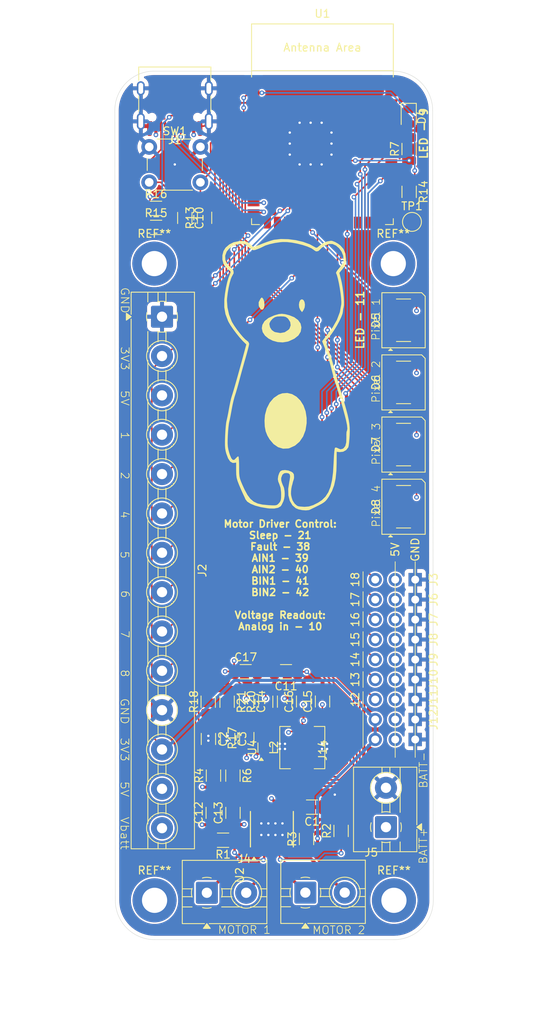
<source format=kicad_pcb>
(kicad_pcb (version 20241229) (generator "pcbnew") (generator_version "9.0")
  (layers (0 "F.Cu" signal) (4 "In1.Cu" signal) (6 "In2.Cu" signal) (2 "B.Cu" signal) (13 "F.Paste" user) (15 "B.Paste" user) (5 "F.SilkS" user "F.Silkscreen") (7 "B.SilkS" user "B.Silkscreen") (1 "F.Mask" user) (3 "B.Mask" user) (25 "Edge.Cuts" user))
  (net 0 "")
  (net 1 "GND")
  (net 2 "/DRV8848/Vref")
  (net 3 "+BATT")
  (net 4 "Net-(U1-EN)")
  (net 5 "+3V3")
  (net 6 "+5V")
  (net 7 "Net-(U4-VFB)")
  (net 8 "/IO11")
  (net 9 "Net-(D5-DOUT)")
  (net 10 "Net-(D6-DOUT)")
  (net 11 "Net-(D7-DOUT)")
  (net 12 "Net-(D4-A)")
  (net 13 "Net-(J1-CC2)")
  (net 14 "/ESP32 S3/D+")
  (net 17 "Net-(J1-CC1)")
  (net 18 "/ESP32 S3/D-")
  (net 19 "/IO8")
  (net 20 "/IO7")
  (net 21 "/IO4")
  (net 22 "/IO2")
  (net 23 "/IO1")
  (net 24 "/IO6")
  (net 25 "/IO5")
  (net 26 "/IO18")
  (net 27 "/DRV8848/AOUT2")
  (net 28 "/DRV8848/AOUT1")
  (net 29 "/DRV8848/BOUT2")
  (net 30 "/DRV8848/BOUT1")
  (net 31 "/IO17")
  (net 32 "/IO16")
  (net 33 "/IO15")
  (net 34 "/IO14")
  (net 35 "/IO13")
  (net 36 "/IO12")
  (net 39 "/IO42")
  (net 40 "/IO41")
  (net 42 "Net-(U1-GPIO0{slash}BOOT)")
  (net 43 "/IO39")
  (net 46 "/IO21")
  (net 47 "/IO38")
  (net 48 "/IO9")
  (net 50 "/IO40")
  (net 55 "/IO10")
  (net 56 "Net-(U2-BISEN)")
  (net 57 "Net-(U2-AISEN)")
  (net 58 "Net-(U4-SW)")
  (net 59 "Net-(U4-VBST)")
  (net 60 "Net-(U4-EN)")
  (footprint "Inductor_SMD:L_Changjiang_FXL0530" (layer "F.Cu") (at 238.3925 125.01 90)
    (property "Reference" "L2")
    (property "Value" "3.3uH")
  )
  (footprint "CustomConnector:PinHeader_1x03_P2.54mm_Vertical_0Yard" (layer "F.Cu") (at 252.73 123.98 -90)
    (property "Reference" "J13" (hide yes))
    (property "Value" "Conn_01x03_Pin")
  )
  (footprint "Capacitor_SMD:C_1206_3216Metric" (layer "F.Cu") (at 231.2025 115.37)
    (property "Reference" "C17")
    (property "Value" "100nF")
  )
  (footprint "CustomConnector:PinHeader_1x03_P2.54mm_Vertical_0Yard" (layer "F.Cu") (at 252.73 116.36 -90)
    (property "Reference" "J10")
    (property "Value" "Conn_01x03_Pin")
  )
  (footprint "Resistor_SMD:R_1206_3216Metric" (layer "F.Cu") (at 233.7425 119.18 90)
    (property "Reference" "R20")
    (property "Value" "220K")
  )
  (footprint "TerminalBlock:TerminalBlock_MaiXu_MX126-5.0-02P_1x02_P5.00mm" (layer "F.Cu") (at 249.0175 135.12 90)
    (property "Reference" "J14")
    (property "Value" "Screw_Terminal_01x02")
  )
  (footprint "Connector_USB:USB_C_Receptacle_G-Switch_GT-USB-7010ASV" (layer "F.Cu") (at 222.2 42.3 180)
    (property "Reference" "J1")
    (property "Value" "USB_C_Receptacle_USB2.0_16P")
  )
  (footprint "CustomConnector:PinHeader_1x03_P2.54mm_Vertical_0Yard" (layer "F.Cu") (at 252.73 106.2 -90)
    (property "Reference" "J6")
    (property "Value" "Conn_01x03_Pin")
  )
  (footprint "Package_SO:TSSOP-16-1EP_4.4x5mm_P0.65mm" (layer "F.Cu") (at 234.53 135.38 90)
    (property "Reference" "U2")
    (property "Value" "DRV8848")
  )
  (footprint "Resistor_SMD:R_1206_3216Metric" (layer "F.Cu") (at 229.58 128.57 -90)
    (property "Reference" "R6")
    (property "Value" "1K")
  )
  (footprint "MountingHole:MountingHole_3.2mm_M3_DIN965_Pad" (layer "F.Cu") (at 249.95 63.5)
    (property "Reference" "REF**")
    (property "Value" "MountingHole_3.2mm_M3_DIN965_Pad")
  )
  (footprint "TerminalBlock:TerminalBlock_MaiXu_MX126-5.0-14P_1x14_P5.00mm" (layer "F.Cu") (at 220.575 70.25 -90)
    (property "Reference" "J2")
    (property "Value" "Screw_Terminal_01x14")
  )
  (footprint "LED_SMD:LED_WS2812B_PLCC4_5.0x5.0mm_P3.2mm" (layer "F.Cu") (at 251.25 94.4 90)
    (property "Reference" "D8")
    (property "Value" "WS2812B")
  )
  (footprint "Resistor_SMD:R_1206_3216Metric" (layer "F.Cu") (at 251.96 48.94 90)
    (property "Reference" "R7")
    (property "Value" "500")
  )
  (footprint "CustomConnector:PinHeader_1x03_P2.54mm_Vertical_0Yard" (layer "F.Cu") (at 252.73 103.66 -90)
    (property "Reference" "J3")
    (property "Value" "Conn_01x03_Pin")
  )
  (footprint "Resistor_SMD:R_1206_3216Metric" (layer "F.Cu") (at 219.8125 56.48)
    (property "Reference" "R16")
    (property "Value" "5K1")
  )
  (footprint "Resistor_SMD:R_1206_3216Metric" (layer "F.Cu") (at 243.32 135.6 90)
    (property "Reference" "R2")
    (property "Value" "R")
  )
  (footprint "Resistor_SMD:R_1206_3216Metric" (layer "F.Cu") (at 231.34 123.8025 90)
    (property "Reference" "R17")
    (property "Value" "113K")
  )
  (footprint "Capacitor_SMD:C_1206_3216Metric" (layer "F.Cu") (at 229.59 133.305 90)
    (property "Reference" "C13")
    (property "Value" "100nF")
  )
  (footprint "Resistor_SMD:R_1206_3216Metric" (layer "F.Cu") (at 228.33 136.78 180)
    (property "Reference" "R1")
    (property "Value" "R")
  )
  (footprint "CustomConnector:PinHeader_1x03_P2.54mm_Vertical_0Yard" (layer "F.Cu") (at 252.73 118.9 -90)
    (property "Reference" "J11")
    (property "Value" "Conn_01x03_Pin")
  )
  (footprint "MountingHole:MountingHole_3.2mm_M3_DIN965_Pad" (layer "F.Cu") (at 219.6 63.5)
    (property "Reference" "REF**")
    (property "Value" "MountingHole_3.2mm_M3_DIN965_Pad")
  )
  (footprint "Capacitor_SMD:C_1206_3216Metric" (layer "F.Cu") (at 231.3125 119.16 -90)
    (property "Reference" "C14")
    (property "Value" "10pF")
  )
  (footprint "TerminalBlock:TerminalBlock_MaiXu_MX126-5.0-02P_1x02_P5.00mm" (layer "F.Cu") (at 238.78 143.4375)
    (property "Reference" "J5")
    (property "Value" "Screw_Terminal_01x02")
  )
  (footprint "CustomConnector:PinHeader_1x03_P2.54mm_Vertical_0Yard" (layer "F.Cu") (at 252.73 111.28 -90)
    (property "Reference" "J8")
    (property "Value" "Conn_01x03_Pin")
  )
  (footprint "Resistor_SMD:R_1206_3216Metric" (layer "F.Cu") (at 228.8425 119.1775 -90)
    (property "Reference" "R21")
    (property "Value" "30K")
  )
  (footprint "LED_SMD:LED_WS2812B_PLCC4_5.0x5.0mm_P3.2mm" (layer "F.Cu") (at 251.25 70.7 90)
    (property "Reference" "D5")
    (property "Value" "WS2812B")
  )
  (footprint "Capacitor_SMD:C_1206_3216Metric" (layer "F.Cu") (at 239.6275 132.575 180)
    (property "Reference" "C1")
    (property "Value" "2.2uF")
  )
  (footprint "Capacitor_SMD:C_1206_3216Metric" (layer "F.Cu") (at 240.9625 119.15 90)
    (property "Reference" "C15")
    (property "Value" "22uF")
  )
  (footprint "CustomConnector:PinHeader_1x03_P2.54mm_Vertical_0Yard" (layer "F.Cu") (at 252.73 113.82 -90)
    (property "Reference" "J9")
    (property "Value" "Conn_01x03_Pin")
  )
  (footprint "Resistor_SMD:R_1206_3216Metric" (layer "F.Cu") (at 227.11 128.57 90)
    (property "Reference" "R4")
    (property "Value" "4K2")
  )
  (footprint "TerminalBlock:TerminalBlock_MaiXu_MX126-5.0-02P_1x02_P5.00mm" (layer "F.Cu") (at 226.27 143.46)
    (property "Reference" "J4")
    (property "Value" "Screw_Terminal_01x02" (hide yes))
  )
  (footprint "LED_SMD:LED_0805_2012Metric" (layer "F.Cu") (at 251.91 44.82 -90)
    (property "Reference" "D4")
    (property "Value" "LED")
  )
  (footprint "MountingHole:MountingHole_3.2mm_M3_DIN965_Pad" (layer "F.Cu") (at 250.03 144.42)
    (property "Reference" "REF**")
    (property "Value" "MountingHole_3.2mm_M3_DIN965_Pad")
  )
  (footprint "Capacitor_SMD:C_1206_3216Metric" (layer "F.Cu") (at 226.47 123.915 -90)
    (property "Reference" "C2")
    (property "Value" "10uF")
  )
  (footprint "Capacitor_SMD:C_1206_3216Metric" (layer "F.Cu") (at 238.5625 119.15 90)
    (property "Reference" "C16")
    (property "Value" "22uF")
  )
  (footprint "Resistor_SMD:R_1206_3216Metric" (layer "F.Cu") (at 219.82 58.9)
    (property "Reference" "R15")
    (property "Value" "5K1")
  )
  (footprint "CustomConnector:PinHeader_1x03_P2.54mm_Vertical_0Yard" (layer "F.Cu") (at 252.73 108.74 -90)
    (property "Reference" "J7")
    (property "Value" "Conn_01x03_Pin")
  )
  (footprint "PCM_Espressif:ESP32-S3-WROOM-1" (layer "F.Cu") (at 240.95 48.79)
    (property "Reference" "U1")
    (property "Value" "ESP32-S3-WROOM-1")
  )
  (footprint "Capacitor_SMD:C_1206_3216Metric" (layer "F.Cu") (at 236.3275 115.37 180)
    (property "Reference" "C11")
    (property "Value" "10uF")
  )
  (footprint "Resistor_SMD:R_1206_3216Metric" (layer "F.Cu") (at 226.4425 119.1775 90)
    (property "Reference" "R18")
    (property "Value" "30K")
  )
  (footprint "Button_Switch_THT:SW_PUSH_6mm" (layer "F.Cu") (at 218.95 48.67)
    (property "Reference" "SW1")
    (property "Value" "RESET")
  )
  (footprint "Capacitor_SMD:C_1206_3216Metric" (layer "F.Cu") (at 227.08 133.305 90)
    (property "Reference" "C12")
    (property "Value" "10uF")
  )
  (footprint "Resistor_SMD:R_1206_3216Metric" (layer "F.Cu") (at 251.96 54.38 -90)
    (property "Reference" "R14")
    (property "Value" "R")
  )
  (footprint "MountingHole:MountingHole_3.2mm_M3_DIN965_Pad" (layer "F.Cu") (at 219.63 144.42)
    (property "Reference" "REF**")
    (property "Value" "MountingHole_3.2mm_M3_DIN965_Pad")
  )
  (footprint "Resistor_SMD:R_1206_3216Metric" (layer "F.Cu") (at 238.9275 136.625 90)
    (property "Reference" "R3")
    (property "Value" "10K")
  )
  (footprint "TestPoint:TestPoint_Pad_D2.0mm" (layer "F.Cu") (at 252.32 58.2)
    (property "Reference" "TP1")
    (property "Value" "TestPoint")
  )
  (footprint "Package_TO_SOT_SMD:SOT-563" (layer "F.Cu") (at 233.6925 125.01 90)
    (property "Reference" "U4")
    (property "Value" "TPS564255")
  )
  (footprint "Resistor_SMD:R_1206_3216Metric" (layer "F.Cu") (at 225.98 57.68 90)
    (property "Reference" "R13")
    (property "Value" "5K1")
  )
  (footprint "LED_SMD:LED_WS2812B_PLCC4_5.0x5.0mm_P3.2mm" (layer "F.Cu") (at 251.25 78.6 90)
    (property "Reference" "D6")
    (property "Value" "WS2812B")
  )
  (footprint "LED_SMD:LED_WS2812B_PLCC4_5.0x5.0mm_P3.2mm" (layer "F.Cu") (at 251.25 86.5 90)
    (property "Reference" "D7")
    (property "Value" "WS2812B")
  )
  (footprint "Capacitor_SMD:C_1206_3216Metric" (layer "F.Cu") (at 223.47 57.7 -90)
    (property "Reference" "C10")
    (property "Value" "2.2uF")
  )
  (footprint "Capacitor_SMD:C_1206_3216Metric" (layer "F.Cu") (at 228.91 123.915 -90)
    (property "Reference" "C3")
    (property "Value" "0.1uF")
  )
  (footprint "CustomConnector:PinHeader_1x03_P2.54mm_Vertical_0Yard" (layer "F.Cu") (at 252.73 121.44 -90)
    (property "Reference" "J12")
    (property "Value" "Conn_01x03_Pin")
  )
  (footprint "Resistor_SMD:R_1206_3216Metric" (layer "F.Cu") (at 236.1425 119.1675 90)
    (property "Reference" "R19" (hide yes))
    (property "Value" "10k")
  )
  (footprint "footprints:Bear_40" (layer "B.Cu") (at 234.049893 75.011022 180)
    (property "Reference" "G***" (hide yes))
    (property "Value" "LOGO" (hide yes))
  )
  (gr_poly (pts (xy 249.6 74.325) (xy 249.35 74.55) (xy 249.85 74.55)) (stroke (width 0.1)) (fill yes) (layer "F.SilkS"))
  (gr_line (start 246.11 117.9) (end 246.11 119.9) (stroke (width 0.1)) (layer "F.SilkS"))
  (gr_line (start 246.11 110.28) (end 246.11 112.28) (stroke (width 0.1)) (layer "F.SilkS"))
  (gr_line (start 246.11 120.44) (end 246.11 124.98) (stroke (width 0.1)) (layer "F.SilkS"))
  (gr_line (start 246.11 102.66) (end 246.11 104.66) (stroke (width 0.1)) (layer "F.SilkS"))
  (gr_poly (pts (xy 249.6 98.019061) (xy 249.35 98.244061) (xy 249.85 98.244061)) (stroke (width 0.1)) (fill yes) (layer "F.SilkS"))
  (gr_line (start 250.19 101.39) (end 250.19 126.25) (stroke (width 0.1)) (layer "F.SilkS"))
  (gr_line (start 252.73 101.39) (end 252.73 126.25) (stroke (width 0.1)) (layer "F.SilkS"))
  (gr_poly (pts (xy 249.6 90.125) (xy 249.35 90.35) (xy 249.85 90.35)) (stroke (width 0.1)) (fill yes) (layer "F.SilkS"))
  (gr_line (start 246.11 112.82) (end 246.11 114.82) (stroke (width 0.1)) (layer "F.SilkS"))
  (gr_line (start 246.11 107.74) (end 246.11 109.74) (stroke (width 0.1)) (layer "F.SilkS"))
  (gr_line (start 246.11 105.2) (end 246.11 107.2) (stroke (width 0.1)) (layer "F.SilkS"))
  (gr_poly (pts (xy 249.6 82.225) (xy 249.35 82.45) (xy 249.85 82.45)) (stroke (width 0.1)) (fill yes) (layer "F.SilkS"))
  (gr_line (start 246.11 115.36) (end 246.11 117.36) (stroke (width 0.1)) (layer "F.SilkS"))
  (gr_line (start 250.03 149.42) (end 219.645 149.42) (stroke (width 0.05)) (layer "Edge.Cuts"))
  (gr_line (start 219.58 39.04) (end 249.95 39.04) (stroke (width 0.05)) (layer "Edge.Cuts"))
  (gr_arc (start 214.58 44.04) (mid 216.044466 40.504466) (end 219.58 39.04) (stroke (width 0.05)) (layer "Edge.Cuts"))
  (gr_arc (start 249.95 39.04) (mid 253.485534 40.504466) (end 254.95 44.04) (stroke (width 0.05)) (layer "Edge.Cuts"))
  (gr_arc (start 255.03 144.42) (mid 253.565534 147.955534) (end 250.03 149.42) (stroke (width 0.05)) (layer "Edge.Cuts"))
  (gr_arc (start 219.645 149.42) (mid 216.109466 147.955534) (end 214.645 144.42) (stroke (width 0.05)) (layer "Edge.Cuts"))
  (gr_line (start 254.95 44.04) (end 255.03 144.42) (stroke (width 0.05)) (layer "Edge.Cuts"))
  (gr_line (start 214.645 144.42) (end 214.58 44.04) (stroke (width 0.05)) (layer "Edge.Cuts"))
  (gr_text "12" (at 245.11 118.9 90) (layer "F.SilkS") (effects (font (size 1 1))))
  (gr_text "LED - 9" (at 254.4 50.31 90) (layer "F.SilkS") (effects (font (size 1 1) (thickness 0.2) (bold yes)) (justify left bottom)))
  (gr_text "15" (at 245.11 111.28 90) (layer "F.SilkS") (effects (font (size 1 1))))
  (gr_text "7" (at 215.28 110.07 270) (layer "F.SilkS") (effects (font (size 1 1) (thickness 0.1)) (justify left bottom)))
  (gr_text "Pixel 4" (at 248.36 97.08 90) (layer "F.SilkS") (effects (font (size 1 1) (thickness 0.1)) (justify left bottom)))
  (gr_text "6" (at 215.3 104.97 270) (layer "F.SilkS") (effects (font (size 1 1) (thickness 0.1)) (justify left bottom)))
  (gr_text "LED - 11" (at 246.32 74.48 90) (layer "F.SilkS") (effects (font (size 1 1) (thickness 0.2) (bold yes)) (justify left bottom)))
  (gr_text "MOTOR 2" (at 243.03 148.2025 0) (layer "F.SilkS") (effects (font (size 1 1) (thickness 0.1))))
  (gr_text "4" (at 215.26 94.87 270) (layer "F.SilkS") (effects (font (size 1 1) (thickness 0.1)) (justify left bottom)))
  (gr_text "Motor Driver Control:\nSleep - 21\nFault - 38\nAIN1 - 39\nAIN2 - 40\nBIN1 - 41\nBIN2 - 42\n\nVoltage Readout:\nAnalog in - 10" (at 235.59 103.1 0) (layer "F.SilkS") (effects (font (size 0.9 0.9) (thickness 0.2) (bold yes))))
  (gr_text "18" (at 245.11 103.66 90) (layer "F.SilkS") (effects (font (size 1 1))))
  (gr_text "GND" (at 252.73 99.85 90) (layer "F.SilkS") (effects (font (size 1 1))))
  (gr_text "17" (at 245.11 106.2 90) (layer "F.SilkS") (effects (font (size 1 1))))
  (gr_text "GND     3V3   5V  " (at 215.275 66.425 270) (layer "F.SilkS") (effects (font (size 1 1.1) (thickness 0.1)) (justify left bottom)))
  (gr_text "Pixel 1" (at 248.32 73.35 90) (layer "F.SilkS") (effects (font (size 1 1) (thickness 0.1)) (justify left bottom)))
  (gr_text "GND  3V3   5V   Vbatt" (at 215.24 118.65 270) (layer "F.SilkS") (effects (font (size 1 1.1) (thickness 0.1)) (justify left bottom)))
  (gr_text "8" (at 215.27 115.03 270) (layer "F.SilkS") (effects (font (size 1 1) (thickness 0.1)) (justify left bottom)))
  (gr_text "BATT-\n" (at 253.775 127.875 90) (layer "F.SilkS") (effects (font (size 1 1) (thickness 0.1))))
  (gr_text "Pixel 2" (at 248.34 81.27 90) (layer "F.SilkS") (effects (font (size 1 1) (thickness 0.1)) (justify left bottom)))
  (gr_text "1" (at 215.29 84.81 270) (layer "F.SilkS") (effects (font (size 1 1) (thickness 0.1)) (justify left bottom)))
  (gr_text "Pixel 3" (at 248.36 89.17 90) (layer "F.SilkS") (effects (font (size 1 1) (thickness 0.1)) (justify left bottom)))
  (gr_text "14" (at 245.11 113.82 90) (layer "F.SilkS") (effects (font (size 1 1))))
  (gr_text "16" (at 245.11 108.74 90) (layer "F.SilkS") (effects (font (size 1 1))))
  (gr_text "5V" (at 250.19 99.85 90) (layer "F.SilkS") (effects (font (size 1 1))))
  (gr_text "13" (at 245.11 116.36 90) (layer "F.SilkS") (effects (font (size 1 1))))
  (gr_text "5" (at 215.24 99.97 270) (layer "F.SilkS") (effects (font (size 1 1) (thickness 0.1)) (justify left bottom)))
  (gr_text "2" (at 215.27 89.91 270) (layer "F.SilkS") (effects (font (size 1 1) (thickness 0.1)) (justify left bottom)))
  (gr_text "MOTOR 1" (at 231.03 148.17 0) (layer "F.SilkS") (effects (font (size 1 1) (thickness 0.1))))
  (gr_text "BATT+" (at 253.75 137.5 90) (layer "F.SilkS") (effects (font (size 1 1) (thickness 0.1))))
  (segment (start 225.4 46.025) (end 225.92 46.025) (width 0.2) (layer "F.Cu") (net 1))
  (segment (start 225.92 46.025) (end 226.52 45.425) (width 0.2) (layer "F.Cu") (net 1))
  (via (at 234.0825 134.645) (size 0.6) (drill 0.3) (layers "F.Cu" "B.Cu") (net 1))
  (via (at 241.5425 124.53) (size 0.6) (drill 0.3) (layers "F.Cu" "B.Cu") (net 1))
  (via (at 242.52 130.99) (size 0.6) (drill 0.3) (layers "F.Cu" "B.Cu") (net 1))
  (via (at 228.91 123.52) (size 0.6) (drill 0.3) (layers "F.Cu" "B.Cu") (net 1))
  (via (at 235.8725 134.645) (size 0.6) (drill 0.3) (layers "F.Cu" "B.Cu") (net 1))
  (via (at 234.9775 136.115) (size 0.6) (drill 0.3) (layers "F.Cu" "B.Cu") (net 1))
  (via (at 240.85 45.6) (size 0.6) (drill 0.3) (layers "F.Cu" "B.Cu") (net 1))
  (via (at 233.1875 136.115) (size 0.6) (drill 0.3) (layers "F.Cu" "B.Cu") (net 1))
  (via (at 226.46 124.13) (size 0.6) (drill 0.3) (layers "F.Cu" "B.Cu") (net 1))
  (via (at 240.8925 125.18) (size 0.6) (drill 0.3) (layers "F.Cu" "B.Cu") (net 1))
  (via (at 236.8 48.25) (size 0.6) (drill 0.3) (layers "F.Cu" "B.Cu") (net 1))
  (via (at 235.5425 125.18) (size 0.6) (drill 0.3) (layers "F.Cu" "B.Cu") (net 1))
  (via (at 241.5425 125.18) (size 0.6) (drill 0.3) (layers "F.Cu" "B.Cu") (net 1))
  (via (at 236.1925 125.18) (size 0.6) (drill 0.3) (layers "F.Cu" "B.Cu") (net 1))
  (via (at 238.05 45.6) (size 0.6) (drill 0.3) (layers "F.Cu" "B.Cu") (net 1))
  (via (at 242.1 46.85) (size 0.6) (drill 0.3) (layers "F.Cu" "B.Cu") (net 1))
  (via (at 239.45 50.9) (size 0.6) (drill 0.3) (layers "F.Cu" "B.Cu") (net 1))
  (via (at 239.45 45.6) (size 0.6) (drill 0.3) (layers "F.Cu" "B.Cu") (net 1))
  (via (at 233.1875 134.645) (size 0.6) (drill 0.3) (layers "F.Cu" "B.Cu") (net 1))
  (via (at 240.85 50.9) (size 0.6) (drill 0.3) (layers "F.Cu" "B.Cu") (net 1))
  (via (at 228.91 124.12) (size 0.6) (drill 0.3) (layers "F.Cu" "B.Cu") (net 1))
  (via (at 222.2 50.9) (size 0.6) (drill 0.3) (layers "F.Cu" "B.Cu") (net 1))
  (via (at 236.1925 124.53) (size 0.6) (drill 0.3) (layers "F.Cu" "B.Cu") (net 1))
  (via (at 226.46 123.52) (size 0.6) (drill 0.3) (layers "F.Cu" "B.Cu") (net 1))
  (via (at 240.8925 124.53) (size 0.6) (drill 0.3) (layers "F.Cu" "B.Cu") (net 1))
  (via (at 235.8725 136.115) (size 0.6) (drill 0.3) (layers "F.Cu" "B.Cu") (net 1))
  (via (at 236.8 49.65) (size 0.6) (drill 0.3) (layers "F.Cu" "B.Cu") (net 1))
  (via (at 242.1 49.65) (size 0.6) (drill 0.3) (layers "F.Cu" "B.Cu") (net 1))
  (via (at 234.0825 136.115) (size 0.6) (drill 0.3) (layers "F.Cu" "B.Cu") (net 1))
  (via (at 234.9775 134.645) (size 0.6) (drill 0.3) (layers "F.Cu" "B.Cu") (net 1))
  (via (at 238.05 50.9) (size 0.6) (drill 0.3) (layers "F.Cu" "B.Cu") (net 1))
  (via (at 235.5425 124.53) (size 0.6) (drill 0.3) (layers "F.Cu" "B.Cu") (net 1))
  (via (at 242.1 48.25) (size 0.6) (drill 0.3) (layers "F.Cu" "B.Cu") (net 1))
  (via (at 236.8 46.85) (size 0.6) (drill 0.3) (layers "F.Cu" "B.Cu") (net 1))
  (segment (start 235.7775 133.475) (end 237.2525 133.475) (width 0.2) (layer "F.Cu") (net 2))
  (segment (start 235.4275 132.5275) (end 235.505 132.605) (width 0.2) (layer "F.Cu") (net 2))
  (segment (start 233.555 132.605) (end 233.555 131.5475) (width 0.2) (layer "F.Cu") (net 2))
  (segment (start 235.505 132.605) (end 235.505 133.2025) (width 0.2) (layer "F.Cu") (net 2))
  (segment (start 237.2525 133.475) (end 238.1525 132.575) (width 0.2) (layer "F.Cu") (net 2))
  (segment (start 233.555 131.5475) (end 234.2275 130.875) (width 0.2) (layer "F.Cu") (net 2))
  (segment (start 234.2275 130.875) (end 234.7275 130.875) (width 0.2) (layer "F.Cu") (net 2))
  (segment (start 235.505 133.2025) (end 235.7775 133.475) (width 0.2) (layer "F.Cu") (net 2))
  (segment (start 235.505 131.6525) (end 235.505 132.605) (width 0.2) (layer "F.Cu") (net 2))
  (segment (start 234.7275 130.875) (end 235.505 131.6525) (width 0.2) (layer "F.Cu") (net 2))
  (segment (start 225.71 130.01) (end 225.7325 130.0325) (width 0.2) (layer "F.Cu") (net 3))
  (segment (start 228.91 125.39) (end 231.215 125.39) (width 0.2) (layer "F.Cu") (net 3))
  (segment (start 231.34 125.265) (end 231.34 126.31) (width 0.2) (layer "F.Cu") (net 3))
  (segment (start 229.59 134.78) (end 230.99 134.78) (width 0.4) (layer "F.Cu") (net 3))
  (segment (start 230.99 134.78) (end 231.01 134.76) (width 0.2) (layer "F.Cu") (net 3))
  (segment (start 234.855 132.605) (end 234.855 131.8525) (width 0.4) (layer "F.Cu") (net 3))
  (segment (start 233.1925 125.7225) (end 232.115 125.7225) (width 0.2) (layer "F.Cu") (net 3))
  (segment (start 234.855 131.8525) (end 234.4775 131.475) (width 0.4) (layer "F.Cu") (net 3))
  (segment (start 231.215 125.39) (end 231.34 125.265) (width 0.2) (layer "F.Cu") (net 3))
  (segment (start 225.66 134.81) (end 227.05 134.81) (width 0.4) (layer "F.Cu") (net 3))
  (segment (start 233.1925 125.7225) (end 232.9175 125.7225) (width 0.2) (layer "F.Cu") (net 3))
  (segment (start 232.9175 125.7225) (end 232.5 126.14) (width 0.2) (layer "F.Cu") (net 3))
  (segment (start 226.47 125.39) (end 228.91 125.39) (width 0.2) (layer "F.Cu") (net 3))
  (segment (start 231.7975 125.7225) (end 231.34 125.265) (width 0.2) (layer "F.Cu") (net 3))
  (segment (start 231.34 126.31) (end 231.32 126.33) (width 0.2) (layer "F.Cu") (net 3))
  (segment (start 227.05 134.81) (end 227.08 134.78) (width 0.2) (layer "F.Cu") (net 3))
  (segment (start 225.7325 130.0325) (end 227.11 130.0325) (width 0.4) (layer "F.Cu") (net 3))
  (segment (start 233.1925 125.7225) (end 231.7975 125.7225) (width 0.2) (layer "F.Cu") (net 3))
  (via (at 225.66 134.81) (size 0.6) (drill 0.3) (layers "F.Cu" "B.Cu") (net 3))
  (via (at 234.4775 131.475) (size 0.6) (drill 0.3) (layers "F.Cu" "B.Cu") (net 3))
  (via (at 231.32 126.33) (size 0.6) (drill 0.3) (layers "F.Cu" "B.Cu") (net 3))
  (via (at 225.71 130.01) (size 0.6) (drill 0.3) (layers "F.Cu" "B.Cu") (net 3))
  (via (at 231.01 134.76) (size 0.6) (drill 0.3) (layers "F.Cu" "B.Cu") (net 3))
  (via (at 232.5 126.14) (size 0.6) (drill 0.3) (layers "F.Cu" "B.Cu") (net 3))
  (segment (start 218.95 53.17) (end 220.415 53.17) (width 0.2) (layer "F.Cu") (net 4))
  (segment (start 226.75 51.87) (end 226.75 48.2) (width 0.2) (layer "F.Cu") (net 4))
  (segment (start 225.45 55.6875) (end 225.98 56.2175) (width 0.2) (layer "F.Cu") (net 4))
  (segment (start 225.98 56.2175) (end 223.4775 56.2175) (width 0.2) (layer "F.Cu") (net 4))
  (segment (start 225.45 53.17) (end 226.75 51.87) (width 0.2) (layer "F.Cu") (net 4))
  (segment (start 230.35 44.6) (end 230.35 43.4) (width 0.2) (layer "F.Cu") (net 4))
  (segment (start 223.4775 56.2175) (end 223.47 56.225) (width 0.2) (layer "F.Cu") (net 4))
  (segment (start 230.68 43.07) (end 232.2 43.07) (width 0.2) (layer "F.Cu") (net 4))
  (segment (start 230.35 43.4) (end 230.68 43.07) (width 0.2) (layer "F.Cu") (net 4))
  (segment (start 220.415 53.17) (end 223.47 56.225) (width 0.2) (layer "F.Cu") (net 4))
  (segment (start 225.45 53.17) (end 225.45 55.6875) (width 0.2) (layer "F.Cu") (net 4))
  (segment (start 226.75 48.2) (end 230.35 44.6) (width 0.2) (layer "F.Cu") (net 4))
  (segment (start 225.98 59.1425) (end 225.98 70.25) (width 0.2) (layer "F.Cu") (net 5))
  (segment (start 225.98 70.25) (end 220.98 75.25) (width 0.2) (layer "F.Cu") (net 5))
  (segment (start 240.33 136.55) (end 240.33 137.44) (width 0.4) (layer "F.Cu") (net 5))
  (segment (start 239.6825 138.0875) (end 238.9275 138.0875) (width 0.4) (layer "F.Cu") (net 5))
  (segment (start 232.2 41.8) (end 233.25 41.8) (width 0.2) (layer "F.Cu") (net 5))
  (segment (start 230.95 44.6) (end 227.3 48.25) (width 0.2) (layer "F.Cu") (net 5))
  (segment (start 227.3 57.8225) (end 225.98 59.1425) (width 0.2) (layer "F.Cu") (net 5))
  (segment (start 227.3 48.25) (end 227.3 57.8225) (width 0.2) (layer "F.Cu") (net 5))
  (segment (start 219.28 123.55) (end 220.98 125.25) (width 0.2) (layer "F.Cu") (net 5))
  (segment (start 252.67 51.86) (end 252.68 51.87) (width 0.2) (layer "F.Cu") (net 5))
  (segment (start 252.67 51.68) (end 252.67 51.86) (width 0.2) (layer "F.Cu") (net 5))
  (segment (start 220.98 75.25) (end 219.28 76.95) (width 0.2) (layer "F.Cu") (net 5))
  (segment (start 230.95 43.69) (end 230.95 44.6) (width 0.2) (layer "F.Cu") (net 5))
  (segment (start 240.33 137.44) (end 239.6825 138.0875) (width 0.4) (layer "F.Cu") (net 5))
  (segment (start 232.2 41.8) (end 231.59 41.8) (width 0.2) (layer "F.Cu") (net 5))
  (segment (start 231.59 41.8) (end 230.95 42.44) (width 0.2) (layer "F.Cu") (net 5))
  (segment (start 237.8025 115.37) (end 238.9525 115.37) (width 0.2) (layer "F.Cu") (net 5))
  (segment (start 252.67 51.68) (end 252.67 52.9275) (width 0.2) (layer "F.Cu") (net 5))
  (segment (start 219.28 76.95) (end 219.28 123.55) (width 0.2) (layer "F.Cu") (net 5))
  (via (at 233.25 41.8) (size 0.6) (drill 0.3) (layers "F.Cu" "B.Cu") (net 5))
  (via (at 230.95 43.69) (size 0.6) (drill 0.3) (layers "F.Cu" "B.Cu") (net 5))
  (via (at 252.67 51.68) (size 0.6) (drill 0.3) (layers "F.Cu" "B.Cu") (net 5))
  (via (at 230.95 42.44) (size 0.6) (drill 0.3) (layers "F.Cu" "B.Cu") (net 5))
  (via (at 240.33 136.55) (size 0.6) (drill 0.3) (layers "F.Cu" "B.Cu") (net 5))
  (via (at 238.9525 115.37) (size 0.6) (drill 0.3) (layers "F.Cu" "B.Cu") (net 5))
  (segment (start 242.67 116.46) (end 247.65 121.44) (width 0.4) (layer "B.Cu") (net 5))
  (segment (start 240.33 136.55) (end 240.33 131.3) (width 0.4) (layer "B.Cu") (net 5))
  (segment (start 252.67 44.84) (end 249.63 41.8) (width 0.2) (layer "B.Cu") (net 5))
  (segment (start 252.67 51.68) (end 252.67 44.84) (width 0.2) (layer "B.Cu") (net 5))
  (segment (start 240.0425 116.46) (end 238.9525 115.37) (width 0.2) (layer "B.Cu") (net 5))
  (segment (start 229.77 116.46) (end 242.67 116.46) (width 0.4) (layer "B.Cu") (net 5))
  (segment (start 249.63 41.8) (end 233.25 41.8) (width 0.2) (layer "B.Cu") (net 5))
  (segment (start 247.65 121.44) (end 247.65 123.98) (width 0.4) (layer "B.Cu") (net 5))
  (segment (start 230.95 42.44) (end 230.95 43.69) (width 0.2) (layer "B.Cu") (net 5))
  (segment (start 240.33 131.3) (end 247.65 123.98) (width 0.4) (layer "B.Cu") (net 5))
  (segment (start 220.98 125.25) (end 229.77 116.46) (width 0.4) (layer "B.Cu") (net 5))
  (segment (start 229.6875 115.33) (end 229.7275 115.37) (width 0.2) (layer "F.Cu") (net 6))
  (segment (start 228.5925 115.33) (end 229.6875 115.33) (width 0.2) (layer "F.Cu") (net 6))
  (segment (start 238.5625 120.625) (end 240.9625 120.625) (width 0.2) (layer "F.Cu") (net 6))
  (segment (start 252.9 93.2) (end 252.9 91.95) (width 0.2) (layer "F.Cu") (net 6))
  (segment (start 236.1425 118.205) (end 236.78 118.8425) (width 0.2) (layer "F.Cu") (net 6))
  (segment (start 240.9425 119.53) (end 240.9425 120.605) (width 0.2) (layer "F.Cu") (net 6))
  (segment (start 252.9 69.5) (end 252.9 68.25) (width 0.2) (layer "F.Cu") (net 6))
  (segment (start 229.7275 116.1) (end 231.3125 117.685) (width 0.2) (layer "F.Cu") (net 6))
  (segment (start 240.9425 120.605) (end 240.9625 120.625) (width 0.2) (layer "F.Cu") (net 6))
  (segment (start 219.8 46.025) (end 219.8 47.14) (width 0.4) (layer "F.Cu") (net 6))
  (segment (start 233.7425 117.7175) (end 233.7425 118.78) (width 0.2) (layer "F.Cu") (net 6))
  (segment (start 236.78 118.8425) (end 238.5625 120.625) (width 0.2) (layer "F.Cu") (net 6))
  (segment (start 238.5425 119.53) (end 238.5425 120.605) (width 0.2) (layer "F.Cu") (net 6))
  (segment (start 224.6 46.025) (end 224.6 47.14) (width 0.4) (layer "F.Cu") (net 6))
  (segment (start 236.1425 117.705) (end 236.1425 118.205) (width 0.2) (layer "F.Cu") (net 6))
  (segment (start 231.3125 118.76) (end 231.3125 117.685) (width 0.2) (layer "F.Cu") (net 6))
  (segment (start 233.755 117.705) (end 233.7425 117.7175) (width 0.2) (layer "F.Cu") (net 6))
  (segment (start 252.9 77.4) (end 252.9 76.15) (width 0.2) (layer "F.Cu") (net 6))
  (segment (start 229.7425 113.98) (end 229.7275 113.995) (width 0.2) (layer "F.Cu") (net 6))
  (segment (start 252.9 85.3) (end 252.9 84.05) (width 0.2) (layer "F.Cu") (net 6))
  (segment (start 238.5425 120.645) (end 238.5625 120.625) (width 0.2) (layer "F.Cu") (net 6))
  (segment (start 236.7625 122.96) (end 238.3925 122.96) (width 0.2) (layer "F.Cu") (net 6))
  (segment (start 231.2925 118.78) (end 231.3125 118.76) (width 0.2) (layer "F.Cu") (net 6))
  (segment (start 236.6425 123.08) (end 236.7625 122.96) (width 0.2) (layer "F.Cu") (net 6))
  (segment (start 236.7175 118.78) (end 236.78 118.8425) (width 0.2) (layer "F.Cu") (net 6))
  (segment (start 236.1425 117.705) (end 233.755 117.705) (width 0.2) (layer "F.Cu") (net 6))
  (segment (start 238.3925 122.96) (end 238.3925 121.73) (width 0.2) (layer "F.Cu") (net 6))
  (segment (start 238.3925 121.73) (end 238.5425 121.58) (width 0.2) (layer "F.Cu") (net 6))
  (segment (start 229.7275 115.37) (end 229.7275 116.1) (width 0.2) (layer "F.Cu") (net 6))
  (segment (start 229.7275 113.995) (end 229.7275 115.37) (width 0.2) (layer "F.Cu") (net 6))
  (segment (start 231.3125 117.685) (end 233.71 117.685) (width 0.2) (layer "F.Cu") (net 6))
  (segment (start 236.1425 118.78) (end 236.7175 118.78) (width 0.2) (layer "F.Cu") (net 6))
  (segment (start 238.5425 120.605) (end 238.5625 120.625) (width 0.2) (layer "F.Cu") (net 6))
  (segment (start 233.71 117.685) (end 233.7425 117.7175) (width 0.2) (layer "F.Cu") (net 6))
  (segment (start 238.5425 121.58) (end 238.5425 120.645) (width 0.2) (layer "F.Cu") (net 6))
  (via (at 224.6 47.14) (size 0.6) (drill 0.3) (layers "F.Cu" "B.Cu") (net 6))
  (via (at 233.7425 118.78) (size 0.6) (drill 0.3) (layers "F.Cu" "B.Cu") (net 6))
  (via (at 252.9 85.3) (size 0.6) (drill 0.3) (layers "F.Cu" "B.Cu") (net 6))
  (via (at 252.9 69.5) (size 0.6) (drill 0.3) (layers "F.Cu" "B.Cu") (net 6))
  (via (at 236.6425 123.08) (size 0.6) (drill 0.3) (layers "F.Cu" "B.Cu") (net 6))
  (via (at 252.9 77.4) (size 0.6) (drill 0.3) (layers "F.Cu" "B.Cu") (net 6))
  (via (at 238.5425 121.58) (size 0.6) (drill 0.3) (layers "F.Cu" "B.Cu") (net 6))
  (via (at 236.1425 118.78) (size 0.6) (drill 0.3) (layers "F.Cu" "B.Cu") (net 6))
  (via (at 231.2925 118.78) (size 0.6) (drill 0.3) (layers "F.Cu" "B.Cu") (net 6))
  (via (at 238.5425 119.53) (size 0.6) (drill 0.3) (layers "F.Cu" "B.Cu") (net 6))
  (via (at 228.5925 115.33) (size 0.6) (drill 0.3) (layers "F.Cu" "B.Cu") (net 6))
  (via (at 252.9 93.2) (size 0.6) (drill 0.3) (layers "F.Cu" "B.Cu") (net 6))
  (via (at 240.9425 119.53) (size 0.6) (drill 0.3) (layers "F.Cu" "B.Cu") (net 6))
  (via (at 229.7425 113.98) (size 0.6) (drill 0.3) (layers "F.Cu" "B.Cu") (net 6))
  (via (at 219.8 47.14) (size 0.6) (drill 0.3) (layers "F.Cu" "B.Cu") (net 6))
  (segment (start 231.3075 120.64) (end 231.3125 120.635) (width 0.2) (layer "F.Cu") (net 7))
  (segment (start 233.735 120.635) (end 231.3125 120.635) (width 0.2) (layer "F.Cu") (net 7))
  (segment (start 231.3125 120.635) (end 232.635 120.635) (width 0.2) (layer "F.Cu") (net 7))
  (segment (start 228.8425 120.64) (end 231.3075 120.64) (width 0.2) (layer "F.Cu") (net 7))
  (segment (start 233.7425 120.6425) (end 233.735 120.635) (width 0.2) (layer "F.Cu") (net 7))
  (segment (start 233.1925 124.2975) (end 233.1925 121.1925) (width 0.2) (layer "F.Cu") (net 7))
  (segment (start 232.635 120.635) (end 233.1925 121.1925) (width 0.2) (layer "F.Cu") (net 7))
  (segment (start 233.1925 121.1925) (end 233.7425 120.6425) (width 0.2) (layer "F.Cu") (net 7))
  (segment (start 239.045 58.895) (end 239.7 59.55) (width 0.2) (layer "F.Cu") (net 8))
  (segment (start 239.045 58.29) (end 239.045 58.895) (width 0.2) (layer "F.Cu") (net 8))
  (segment (start 248.8 68.65) (end 249.6 68.65) (width 0.2) (layer "F.Cu") (net 8))
  (segment (start 243.5 63.35) (end 248.8 68.65) (width 0.2) (layer "F.Cu") (net 8))
  (via (at 243.5 63.35) (size 0.6) (drill 0.3) (layers "F.Cu" "B.Cu") (net 8))
  (via (at 239.7 59.55) (size 0.6) (drill 0.3) (layers "F.Cu" "B.Cu") (net 8))
  (segment (start 243.5 63.35) (end 239.7 59.55) (width 0.2) (layer "B.Cu") (net 8))
  (segment (start 252.9 73.55) (end 252.6 73.55) (width 0.2) (layer "F.Cu") (net 9))
  (segment (start 252.6 73.55) (end 249.6 76.55) (width 0.2) (layer "F.Cu") (net 9))
  (segment (start 252.9 81.45) (end 249.9 84.45) (width 0.2) (layer "F.Cu") (net 10))
  (segment (start 249.9 84.45) (end 249.6 84.45) (width 0.2) (layer "F.Cu") (net 10))
  (segment (start 252.9 89.35) (end 252.6 89.35) (width 0.2) (layer "F.Cu") (net 11))
  (segment (start 252.6 89.35) (end 249.6 92.35) (width 0.2) (layer "F.Cu") (net 11))
  (segment (start 252.66 47.4775) (end 252.67 47.4875) (width 0.2) (layer "F.Cu") (net 12))
  (segment (start 251.91 45.7575) (end 251.91 47.4275) (width 0.2) (layer "F.Cu") (net 12))
  (segment (start 251.91 47.4275) (end 251.96 47.4775) (width 0.2) (layer "F.Cu") (net 12))
  (segment (start 220.45 49.008478) (end 217.45 52.008478) (width 0.2) (layer "F.Cu") (net 13))
  (segment (start 217.45 52.008478) (end 217.45 57.9925) (width 0.2) (layer "F.Cu") (net 13))
  (segment (start 220.45 46.025) (end 220.4 46.075) (width 0.2) (layer "F.Cu") (net 13))
  (segment (start 220.45 46.025) (end 220.45 49.008478) (width 0.2) (layer "F.Cu") (net 13))
  (segment (start 217.45 57.9925) (end 218.3575 58.9) (width 0.2) (layer "F.Cu") (net 13))
  (segment (start 233.5 56.94) (end 233.4 57.04) (width 0.2) (layer "F.Cu") (net 14))
  (segment (start 222.4 46.075) (end 222.45 46.025) (width 0.2) (layer "F.Cu") (net 14))
  (segment (start 233.4 57.04) (end 232.2 57.04) (width 0.2) (layer "F.Cu") (net 14))
  (segment (start 221.45 46.74) (end 221.7 46.99) (width 0.2) (layer "F.Cu") (net 14))
  (segment (start 221.7 46.99) (end 222.2 46.99) (width 0.2) (layer "F.Cu") (net 14))
  (segment (start 222.2 46.99) (end 222.2 47.69) (width 0.2) (layer "F.Cu") (net 14))
  (segment (start 222.2 46.99) (end 222.4 46.79) (width 0.2) (layer "F.Cu") (net 14))
  (segment (start 222.4 46.79) (end 222.4 46.075) (width 0.2) (layer "F.Cu") (net 14))
  (segment (start 221.45 46.025) (end 221.45 46.74) (width 0.2) (layer "F.Cu") (net 14))
  (via (at 222.2 47.69) (size 0.6) (drill 0.3) (layers "F.Cu" "B.Cu") (net 14))
  (via (at 233.5 56.94) (size 0.6) (drill 0.3) (layers "F.Cu" "B.Cu") (net 14))
  (segment (start 222.25 47.74) (end 222.2 47.69) (width 0.2) (layer "B.Cu") (net 14))
  (segment (start 222.25 48.04) (end 222.25 47.74) (width 0.2) (layer "B.Cu") (net 14))
  (segment (start 233.3 56.74) (end 230.95 56.74) (width 0.2) (layer "B.Cu") (net 14))
  (segment (start 233.5 56.94) (end 233.3 56.74) (width 0.2) (layer "B.Cu") (net 14))
  (segment (start 230.95 56.74) (end 222.25 48.04) (width 0.2) (layer "B.Cu") (net 14))
  (segment (start 219.05 55.78) (end 218.35 56.48) (width 0.2) (layer "F.Cu") (net 17))
  (segment (start 222.92 44.69) (end 223.45 45.22) (width 0.2) (layer "F.Cu") (net 17))
  (segment (start 221.49 44.9) (end 221.7 44.69) (width 0.2) (layer "F.Cu") (net 17))
  (segment (start 221.7 44.69) (end 222.92 44.69) (width 0.2) (layer "F.Cu") (net 17))
  (segment (start 223.45 45.22) (end 223.45 46.025) (width 0.2) (layer "F.Cu") (net 17))
  (segment (start 219.05 54.99) (end 219.05 55.78) (width 0.2) (layer "F.Cu") (net 17))
  (via (at 219.05 54.99) (size 0.6) (drill 0.3) (layers "F.Cu" "B.Cu") (net 17))
  (via (at 221.49 44.9) (size 0.6) (drill 0.3) (layers "F.Cu" "B.Cu") (net 17))
  (segment (start 219.7 54.99) (end 219.05 54.99) (width 0.2) (layer "B.Cu") (net 17))
  (segment (start 220.6 45.78) (end 220.6 54.09) (width 0.2) (layer "B.Cu") (net 17))
  (segment (start 221.48 44.9) (end 220.6 45.78) (width 0.2) (layer "B.Cu") (net 17))
  (segment (start 220.6 54.09) (end 219.7 54.99) (width 0.2) (layer "B.Cu") (net 17))
  (segment (start 221.49 44.9) (end 221.48 44.9) (width 0.2) (layer "B.Cu") (net 17))
  (segment (start 233.5 55.77) (end 232.2 55.77) (width 0.2) (layer "F.Cu") (net 18))
  (segment (start 222.95 46.025) (end 222.95 47.39) (width 0.2) (layer "F.Cu") (net 18))
  (segment (start 222.95 46.025) (end 222.95 45.29) (width 0.2) (layer "F.Cu") (net 18))
  (segment (start 221.95 45.29) (end 221.95 46.025) (width 0.2) (layer "F.Cu") (net 18))
  (segment (start 222.75 45.09) (end 222.15 45.09) (width 0.2) (layer "F.Cu") (net 18))
  (segment (start 222.15 45.09) (end 221.95 45.29) (width 0.2) (layer "F.Cu") (net 18))
  (segment (start 222.95 45.29) (end 222.75 45.09) (width 0.2) (layer "F.Cu") (net 18))
  (via (at 233.5 55.77) (size 0.6) (drill 0.3) (layers "F.Cu" "B.Cu") (net 18))
  (via (at 222.95 47.39) (size 0.6) (drill 0.3) (layers "F.Cu" "B.Cu") (net 18))
  (segment (start 233.48 55.79) (end 230.7 55.79) (width 0.2) (layer "B.Cu") (net 18))
  (segment (start 233.5 55.77) (end 233.48 55.79) (width 0.2) (layer "B.Cu") (net 18))
  (segment (start 222.95 48.04) (end 222.95 47.39) (width 0.2) (layer "B.Cu") (net 18))
  (segment (start 230.7 55.79) (end 222.95 48.04) (width 0.2) (layer "B.Cu") (net 18))
  (segment (start 231.84 54.5) (end 232.2 54.5) (width 0.2) (layer "F.Cu") (net 19))
  (segment (start 231.5 59.95) (end 231.15 59.6) (width 0.2) (layer "F.Cu") (net 19))
  (segment (start 229.75 61.7) (end 229.75 66.76) (width 0.2) (layer "F.Cu") (net 19))
  (segment (start 228.81 67.7) (end 228.81 107.42) (width 0.2) (layer "F.Cu") (net 19))
  (segment (start 231.15 55.19) (end 231.84 54.5) (width 0.2) (layer "F.Cu") (net 19))
  (segment (start 229.75 66.76) (end 228.81 67.7) (width 0.2) (layer "F.Cu") (net 19))
  (segment (start 228.81 107.42) (end 220.98 115.25) (width 0.2) (layer "F.Cu") (net 19))
  (segment (start 231.15 59.6) (end 231.15 55.19) (width 0.2) (layer "F.Cu") (net 19))
  (via (at 229.75 61.7) (size 0.6) (drill 0.3) (layers "F.Cu" "B.Cu") (net 19))
  (via (at 231.5 59.95) (size 0.6) (drill 0.3) (layers "F.Cu" "B.Cu") (net 19))
  (segment (start 231.5 59.95) (end 229.75 61.7) (width 0.2) (layer "B.Cu") (net 19))
  (segment (start 228.39 102.84) (end 228.39 67.54) (width 0.2) (layer "F.Cu") (net 20))
  (segment (start 229.15 50.84) (end 231.84 48.15) (width 0.2) (layer "F.Cu") (net 20))
  (segment (start 228.39 67.54) (end 229.15 66.78) (width 0.2) (layer "F.Cu") (net 20))
  (segment (start 229.15 66.78) (end 229.15 50.84) (width 0.2) (layer "F.Cu") (net 20))
  (segment (start 220.98 110.25) (end 228.39 102.84) (width 0.2) (layer "F.Cu") (net 20))
  (segment (start 231.84 48.15) (end 232.2 48.15) (width 0.2) (layer "F.Cu") (net 20))
  (segment (start 227.95 48.19) (end 231.8 44.34) (width 0.2) (layer "F.Cu") (net 21))
  (segment (start 231.8 44.34) (end 232.2 44.34) (width 0.2) (layer "F.Cu") (net 21))
  (segment (start 227.95 66.25) (end 227.95 48.19) (width 0.2) (layer "F.Cu") (net 21))
  (segment (start 227.19 67.01) (end 227.95 66.25) (width 0.2) (layer "F.Cu") (net 21))
  (segment (start 227.19 89.04) (end 227.19 67.01) (width 0.2) (layer "F.Cu") (net 21))
  (segment (start 220.98 95.25) (end 227.19 89.04) (width 0.2) (layer "F.Cu") (net 21))
  (segment (start 246.25 46.95) (end 236.8 56.4) (width 0.2) (layer "F.Cu") (net 22))
  (segment (start 246.25 45.45) (end 246.25 46.95) (width 0.2) (layer "F.Cu") (net 22))
  (segment (start 236.8 56.4) (end 236.8 56.55) (width 0.2) (layer "F.Cu") (net 22))
  (segment (start 226.78 84.45) (end 220.98 90.25) (width 0.2) (layer "F.Cu") (net 22))
  (segment (start 249.7 43.07) (end 248.63 43.07) (width 0.2) (layer "F.Cu") (net 22))
  (segment (start 227.35 66) (end 226.78 66.57) (width 0.2) (layer "F.Cu") (net 22))
  (segment (start 248.63 43.07) (end 246.25 45.45) (width 0.2) (layer "F.Cu") (net 22))
  (segment (start 236.8 56.55) (end 236.55 56.8) (width 0.2) (layer "F.Cu") (net 22))
  (segment (start 226.78 66.57) (end 226.78 84.45) (width 0.2) (layer "F.Cu") (net 22))
  (via (at 227.35 66) (size 0.6) (drill 0.3) (layers "F.Cu" "B.Cu") (net 22))
  (via (at 236.55 56.8) (size 0.6) (drill 0.3) (layers "F.Cu" "B.Cu") (net 22))
  (segment (start 236.55 56.8) (end 227.35 66) (width 0.2) (layer "B.Cu") (net 22))
  (segment (start 226.38 79.85) (end 220.98 85.25) (width 0.2) (layer "F.Cu") (net 23))
  (segment (start 235.8 56.8) (end 235.55 56.8) (width 0.2) (layer "F.Cu") (net 23))
  (segment (start 227.35 65) (end 226.38 65.97) (width 0.2) (layer "F.Cu") (net 23))
  (segment (start 249.7 41.8) (end 249.3 41.8) (width 0.2) (layer "F.Cu") (net 23))
  (segment (start 245.85 45.25) (end 245.85 46.75) (width 0.2) (layer "F.Cu") (net 23))
  (segment (start 249.3 41.8) (end 245.85 45.25) (width 0.2) (layer "F.Cu") (net 23))
  (segment (start 226.38 65.97) (end 226.38 79.85) (width 0.2) (layer "F.Cu") (net 23))
  (segment (start 245.85 46.75) (end 235.8 56.8) (width 0.2) (layer "F.Cu") (net 23))
  (via (at 227.35 65) (size 0.6) (drill 0.3) (layers "F.Cu" "B.Cu") (net 23))
  (via (at 235.55 56.8) (size 0.6) (drill 0.3) (layers "F.Cu" "B.Cu") (net 23))
  (segment (start 235.55 56.8) (end 227.35 65) (width 0.2) (layer "B.Cu") (net 23))
  (segment (start 232.2 46.88) (end 231.76 46.88) (width 0.2) (layer "F.Cu") (net 24))
  (segment (start 231.76 46.88) (end 228.75 49.89) (width 0.2) (layer "F.Cu") (net 24))
  (segment (start 227.99 67.36) (end 227.99 98.24) (width 0.2) (layer "F.Cu") (net 24))
  (segment (start 228.75 49.89) (end 228.75 66.6) (width 0.2) (layer "F.Cu") (net 24))
  (segment (start 227.99 98.24) (end 220.98 105.25) (width 0.2) (layer "F.Cu") (net 24))
  (segment (start 228.75 66.6) (end 227.99 67.36) (width 0.2) (layer "F.Cu") (net 24))
  (segment (start 228.35 49.09) (end 228.35 66.43) (width 0.2) (layer "F.Cu") (net 25))
  (segment (start 227.59 67.19) (end 227.59 93.64) (width 0.2) (layer "F.Cu") (net 25))
  (segment (start 227.59 93.64) (end 220.98 100.25) (width 0.2) (layer "F.Cu") (net 25))
  (segment (start 231.83 45.61) (end 228.35 49.09) (width 0.2) (layer "F.Cu") (net 25))
  (segment (start 232.2 45.61) (end 231.83 45.61) (width 0.2) (layer "F.Cu") (net 25))
  (segment (start 228.35 66.43) (end 227.59 67.19) (width 0.2) (layer "F.Cu") (net 25))
  (segment (start 230.75 60.1) (end 231.55 60.9) (width 0.2) (layer "F.Cu") (net 26))
  (segment (start 231.55 60.9) (end 231.55 62.75) (width 0.2) (layer "F.Cu") (net 26))
  (segment (start 232.2 53.23) (end 231.81 53.23) (width 0.2) (layer "F.Cu") (net 26))
  (segment (start 231.55 62.75) (end 246.9 78.1) (width 0.2) (layer "F.Cu") (net 26))
  (segment (start 230.75 54.29) (end 230.75 60.1) (width 0.2) (layer "F.Cu") (net 26))
  (segment (start 246.9 102.91) (end 247.65 103.66) (width 0.2) (layer "F.Cu") (net 26))
  (segment (start 246.9 78.1) (end 246.9 102.91) (width 0.2) (layer "F.Cu") (net 26))
  (segment (start 231.81 53.23) (end 230.75 54.29) (width 0.2) (layer "F.Cu") (net 26))
  (segment (start 234.205 138.935) (end 234.17 138.97) (width 0.4) (layer "F.Cu") (net 27))
  (segment (start 234.17 138.97) (end 234.17 140.39) (width 0.4) (layer "F.Cu") (net 27))
  (segment (start 234.1775 138.1825) (end 234.17 138.19) (width 0.4) (layer "F.Cu") (net 27))
  (segment (start 234.205 138.155) (end 234.205 138.935) (width 0.4) (layer "F.Cu") (net 27))
  (segment (start 232.03 142.53) (end 232.03 143.47) (width 0.4) (layer "F.Cu") (net 27))
  (segment (start 234.17 140.39) (end 232.03 142.53) (width 0.4) (layer "F.Cu") (net 27))
  (segment (start 232.905 138.845) (end 232.66 139.09) (width 0.4) (layer "F.Cu") (net 28))
  (segment (start 232.66 139.09) (end 230.67 139.09) (width 0.4) (layer "F.Cu") (net 28))
  (segment (start 230.67 139.09) (end 227.03 142.73) (width 0.4) (layer "F.Cu") (net 28))
  (segment (start 232.905 138.155) (end 232.905 138.845) (width 0.4) (layer "F.Cu") (net 28))
  (segment (start 227.03 142.73) (end 227.03 143.47) (width 0.4) (layer "F.Cu") (net 28))
  (segment (start 234.885 139.5425) (end 238.78 143.4375) (width 0.4) (layer "F.Cu") (net 29))
  (segment (start 238.78 143.4325) (end 238.78 143.4375) (width 0.4) (layer "F.Cu") (net 29))
  (segment (start 234.885 131.9475) (end 234.885 139.5425) (width 0.4) (layer "F.Cu") (net 29))
  (segment (start 236.18 138.18) (end 236.18 138.85) (width 0.4) (layer "F.Cu") (net 30))
  (segment (start 236.5 139.17) (end 239.5125 139.17) (width 0.4) (layer "F.Cu") (net 30))
  (segment (start 239.5125 139.17) (end 243.78 143.4375) (width 0.4) (layer "F.Cu") (net 30))
  (segment (start 236.155 138.155) (end 236.18 138.18) (width 0.4) (layer "F.Cu") (net 30))
  (segment (start 236.18 138.85) (end 236.5 139.17) (width 0.4) (layer "F.Cu") (net 30))
  (segment (start 246.5 78.265686) (end 246.5 105.05) (width 0.2) (layer "F.Cu") (net 31))
  (segment (start 230.35 53.44) (end 230.35 60.3) (width 0.2) (layer "F.Cu") (net 31))
  (segment (start 230.35 60.3) (end 231.15 61.1) (width 0.2) (layer "F.Cu") (net 31))
  (segment (start 231.83 51.96) (end 230.35 53.44) (width 0.2) (layer "F.Cu") (net 31))
  (segment (start 231.15 62.915686) (end 246.5 78.265686) (width 0.2) (layer "F.Cu") (net 31))
  (segment (start 232.2 51.96) (end 231.83 51.96) (width 0.2) (layer "F.Cu") (net 31))
  (segment (start 231.15 61.1) (end 231.15 62.915686) (width 0.2) (layer "F.Cu") (net 31))
  (segment (start 246.5 105.05) (end 247.65 106.2) (width 0.2) (layer "F.Cu") (net 31))
  (segment (start 231.8 50.69) (end 229.95 52.54) (width 0.2) (layer "F.Cu") (net 32))
  (segment (start 246.1 107.19) (end 247.65 108.74) (width 0.2) (layer "F.Cu") (net 32))
  (segment (start 230.75 63.1) (end 246.1 78.45) (width 0.2) (layer "F.Cu") (net 32))
  (segment (start 246.1 78.45) (end 246.1 107.19) (width 0.2) (layer "F.Cu") (net 32))
  (segment (start 230.75 61.284314) (end 230.75 63.1) (width 0.2) (layer "F.Cu") (net 32))
  (segment (start 232.2 50.69) (end 231.8 50.69) (width 0.2) (layer "F.Cu") (net 32))
  (segment (start 229.95 52.54) (end 229.95 60.484314) (width 0.2) (layer "F.Cu") (net 32))
  (segment (start 229.95 60.484314) (end 230.75 61.284314) (width 0.2) (layer "F.Cu") (net 32))
  (segment (start 230.35 63.265686) (end 245.7 78.615686) (width 0.2) (layer "F.Cu") (net 33))
  (segment (start 231.82 49.42) (end 229.55 51.69) (width 0.2) (layer "F.Cu") (net 33))
  (segment (start 229.55 51.69) (end 229.55 60.65) (width 0.2) (layer "F.Cu") (net 33))
  (segment (start 232.2 49.42) (end 231.82 49.42) (width 0.2) (layer "F.Cu") (net 33))
  (segment (start 245.7 109.33) (end 247.65 111.28) (width 0.2) (layer "F.Cu") (net 33))
  (segment (start 229.55 60.65) (end 230.35 61.45) (width 0.2) (layer "F.Cu") (net 33))
  (segment (start 245.7 78.615686) (end 245.7 109.33) (width 0.2) (layer "F.Cu") (net 33))
  (segment (start 230.35 61.45) (end 230.35 63.265686) (width 0.2) (layer "F.Cu") (net 33))
  (segment (start 242.855 73.195) (end 242.85 73.2) (width 0.2) (layer "F.Cu") (net 34))
  (segment (start 245.3 111.47) (end 247.65 113.82) (width 0.2) (layer "F.Cu") (net 34))
  (segment (start 242.855 58.29) (end 242.855 73.195) (width 0.2) (layer "F.Cu") (net 34))
  (segment (start 245.3 79.1) (end 245.3 111.47) (width 0.2) (layer "F.Cu") (net 34))
  (segment (start 242.85 76.65) (end 245.3 79.1) (width 0.2) (layer "F.Cu") (net 34))
  (via (at 242.85 73.2) (size 0.6) (drill 0.3) (layers "F.Cu" "B.Cu") (net 34))
  (via (at 242.85 76.65) (size 0.6) (drill 0.3) (layers "F.Cu" "B.Cu") (net 34))
  (segment (start 242.85 73.2) (end 242.85 76.65) (width 0.2) (layer "B.Cu") (net 34))
  (segment (start 241.585 71.935) (end 241.6 71.95) (width 0.2) (layer "F.Cu") (net 35))
  (segment (start 244.9 113.61) (end 247.65 116.36) (width 0.2) (layer "F.Cu") (net 35))
  (segment (start 241.6 75.4) (end 241.6 76.25) (width 0.2) (layer "F.Cu") (net 35))
  (segment (start 241.6 76.25) (end 244.9 79.55) (width 0.2) (layer "F.Cu") (net 35))
  (segment (start 241.585 58.29) (end 241.585 71.935) (width 0.2) (layer "F.Cu") (net 35))
  (segment (start 244.9 79.55) (end 244.9 113.61) (width 0.2) (layer "F.Cu") (net 35))
  (via (at 241.6 71.95) (size 0.6) (drill 0.3) (layers "F.Cu" "B.Cu") (net 35))
  (via (at 241.6 75.4) (size 0.6) (drill 0.3) (layers "F.Cu" "B.Cu") (net 35))
  (segment (start 241.6 71.95) (end 241.6 75.4) (width 0.2) (layer "B.Cu") (net 35))
  (segment (start 240.315 70.665) (end 240.35 70.7) (width 0.2) (layer "F.Cu") (net 36))
  (segment (start 240.315 58.29) (end 240.315 70.665) (width 0.2) (layer "F.Cu") (net 36))
  (segment (start 240.35 75.6) (end 244.5 79.75) (width 0.2) (layer "F.Cu") (net 36))
  (segment (start 244.5 79.75) (end 244.5 115.75) (width 0.2) (layer "F.Cu") (net 36))
  (segment (start 240.35 74.15) (end 240.35 75.6) (width 0.2) (layer "F.Cu") (net 36))
  (segment (start 244.5 115.75) (end 247.65 118.9) (width 0.2) (layer "F.Cu") (net 36))
  (via (at 240.35 74.15) (size 0.6) (drill 0.3) (layers "F.Cu" "B.Cu") (net 36))
  (via (at 240.35 70.7) (size 0.6) (drill 0.3) (layers "F.Cu" "B.Cu") (net 36))
  (segment (start 240.35 70.7) (end 240.35 74.15) (width 0.2) (layer "B.Cu") (net 36))
  (segment (start 245.3 118.55) (end 242.7 115.95) (width 0.2) (layer "F.Cu") (net 39))
  (segment (start 236.155 132.605) (end 236.1275 132.5775) (width 0.2) (layer "F.Cu") (net 39))
  (segment (start 236.1275 132.5775) (end 236.1275 130.9225) (width 0.2) (layer "F.Cu") (net 39))
  (segment (start 243.28 129.51) (end 245.3 127.49) (width 0.2) (layer "F.Cu") (net 39))
  (segment (start 242.7 115.95) (end 242.7 81.35) (width 0.2) (layer "F.Cu") (net 39))
  (segment (start 245.75 52.15) (end 245.75 50.45) (width 0.2) (layer "F.Cu") (net 39))
  (segment (start 237.54 129.51) (end 243.28 129.51) (width 0.2) (layer "F.Cu") (net 39))
  (segment (start 245.75 50.45) (end 249.32 46.88) (width 0.2) (layer "F.Cu") (net 39))
  (segment (start 249.32 46.88) (end 249.7 46.88) (width 0.2) (layer "F.Cu") (net 39))
  (segment (start 245.3 127.49) (end 245.3 118.55) (width 0.2) (layer "F.Cu") (net 39))
  (segment (start 236.1275 130.9225) (end 237.54 129.51) (width 0.2) (layer "F.Cu") (net 39))
  (via (at 242.7 81.35) (size 0.6) (drill 0.3) (layers "F.Cu" "B.Cu") (net 39))
  (via (at 245.75 52.15) (size 0.6) (drill 0.3) (layers "F.Cu" "B.Cu") (net 39))
  (segment (start 243.85 78.6) (end 245.95 76.5) (width 0.2) (layer "B.Cu") (net 39))
  (segment (start 242.7 81.35) (end 242.7 79.75) (width 0.2) (layer "B.Cu") (net 39))
  (segment (start 245.95 52.4) (end 245.75 52.2) (width 0.2) (layer "B.Cu") (net 39))
  (segment (start 245.95 76.5) (end 245.95 64.4) (width 0.2) (layer "B.Cu") (net 39))
  (segment (start 242.7 79.75) (end 243.85 78.6) (width 0.2) (layer "B.Cu") (net 39))
  (segment (start 245.95 64.4) (end 245.95 52.4) (width 0.2) (layer "B.Cu") (net 39))
  (segment (start 245.75 52.2) (end 245.75 52.15) (width 0.2) (layer "B.Cu") (net 39))
  (segment (start 236.7775 130.838186) (end 237.705686 129.91) (width 0.2) (layer "F.Cu") (net 40))
  (segment (start 236.7775 132.5775) (end 236.7775 130.838186) (width 0.2) (layer "F.Cu") (net 40))
  (segment (start 236.805 132.605) (end 236.7775 132.5775) (width 0.2) (layer "F.Cu") (net 40))
  (segment (start 249.3 48.15) (end 249.7 48.15) (width 0.2) (layer "F.Cu") (net 40))
  (segment (start 237.705686 129.91) (end 243.45 129.91) (width 0.2) (layer "F.Cu") (net 40))
  (segment (start 243.3 115.964212) (end 243.3 80.8) (width 0.2) (layer "F.Cu") (net 40))
  (segment (start 246.35 51.1) (end 249.3 48.15) (width 0.2) (layer "F.Cu") (net 40))
  (segment (start 246.35 51.55) (end 246.35 51.1) (width 0.2) (layer "F.Cu") (net 40))
  (segment (start 245.7 118.364212) (end 243.3 115.964212) (width 0.2) (layer "F.Cu") (net 40))
  (segment (start 243.45 129.91) (end 245.7 127.66) (width 0.2) (layer "F.Cu") (net 40))
  (segment (start 245.7 127.66) (end 245.7 118.364212) (width 0.2) (layer "F.Cu") (net 40))
  (via (at 243.3 80.8) (size 0.6) (drill 0.3) (layers "F.Cu" "B.Cu") (net 40))
  (via (at 246.35 51.55) (size 0.6) (drill 0.3) (layers "F.Cu" "B.Cu") (net 40))
  (segment (start 246.35 76.7) (end 246.35 74.6) (width 0.2) (layer "B.Cu") (net 40))
  (segment (start 246.35 74.6) (end 246.35 51.55) (width 0.2) (layer "B.Cu") (net 40))
  (segment (start 243.3 79.75) (end 244.35 78.7) (width 0.2) (layer "B.Cu") (net 40))
  (segment (start 244.35 78.7) (end 246.35 76.7) (width 0.2) (layer "B.Cu") (net 40))
  (segment (start 243.3 80.8) (end 243.3 79.75) (width 0.2) (layer "B.Cu") (net 40))
  (segment (start 252 58.22) (end 252.68 57.54) (width 0.2) (layer "F.Cu") (net 42))
  (segment (start 252.67 58.18) (end 252.67 55.8525) (width 0.2) (layer "F.Cu") (net 42))
  (segment (start 249.7 57.04) (end 250.88 58.22) (width 0.2) (layer "F.Cu") (net 42))
  (segment (start 252.71 58.22) (end 252.67 58.18) (width 0.2) (layer "F.Cu") (net 42))
  (segment (start 252.67 58.22) (end 252.71 58.22) (width 0.2) (layer "F.Cu") (net 42))
  (segment (start 250.88 58.22) (end 252 58.22) (width 0.2) (layer "F.Cu") (net 42))
  (segment (start 244.5 122.65) (end 244.5 118.881372) (width 0.2) (layer "F.Cu") (net 43))
  (segment (start 232.2275 132.5775) (end 232.255 132.605) (width 0.2) (layer "F.Cu") (net 43))
  (segment (start 244.5 127.14) (end 242.93 128.71) (width 0.2) (layer "F.Cu") (net 43))
  (segment (start 241.5 115.881372) (end 241.5 82.45) (width 0.2) (layer "F.Cu") (net 43))
  (segment (start 242.93 128.71) (end 235.025 128.71) (width 0.2) (layer "F.Cu") (net 43))
  (segment (start 243.984314 118.365686) (end 241.5 115.881372) (width 0.2) (layer "F.Cu") (net 43))
  (segment (start 249.31 50.69) (end 247.8 52.2) (width 0.2) (layer "F.Cu") (net 43))
  (segment (start 235.025 128.71) (end 232.2275 131.5075) (width 0.2) (layer "F.Cu") (net 43))
  (segment (start 232.2275 131.5075) (end 232.2275 132.5775) (width 0.2) (layer "F.Cu") (net 43))
  (segment (start 244.5 118.881372) (end 243.984314 118.365686) (width 0.2) (layer "F.Cu") (net 43))
  (segment (start 244.5 122.65) (end 244.5 127.14) (width 0.2) (layer "F.Cu") (net 43))
  (segment (start 247.8 52.2) (end 244.95 55.05) (width 0.2) (layer "F.Cu") (net 43))
  (segment (start 249.7 50.69) (end 249.31 50.69) (width 0.2) (layer "F.Cu") (net 43))
  (via (at 244.95 55.05) (size 0.6) (drill 0.3) (layers "F.Cu" "B.Cu") (net 43))
  (via (at 241.5 82.45) (size 0.6) (drill 0.3) (layers "F.Cu" "B.Cu") (net 43))
  (segment (start 241.5 79.75) (end 245.15 76.1) (width 0.2) (layer "B.Cu") (net 43))
  (segment (start 241.5 82.45) (end 241.5 79.75) (width 0.2) (layer "B.Cu") (net 43))
  (segment (start 245.15 76.1) (end 245.15 55.25) (width 0.2) (layer "B.Cu") (net 43))
  (segment (start 245.15 55.25) (end 244.95 55.05) (width 0.2) (layer "B.Cu") (net 43))
  (segment (start 244.1 58.315) (end 244.125 58.29) (width 0.2) (layer "F.Cu") (net 46))
  (segment (start 231.73 131.495) (end 231.73 131.44) (width 0.2) (layer "F.Cu") (net 46))
  (segment (start 244.1 119.047058) (end 241.802942 116.75) (width 0.2) (layer "F.Cu") (net 46))
  (segment (start 234.86 128.31) (end 242.755685 128.31) (width 0.2) (layer "F.Cu") (net 46))
  (segment (start 231.73 131.495) (end 231.73 137.63) (width 0.2) (layer "F.Cu") (net 46))
  (segment (start 231.73 131.44) (end 234.86 128.31) (width 0.2) (layer "F.Cu") (net 46))
  (segment (start 241.8 116.75) (end 240.9 115.85) (width 0.2) (layer "F.Cu") (net 46))
  (segment (start 232.255 138.155) (end 231.73 137.63) (width 0.2) (layer "F.Cu") (net 46))
  (segment (start 244.1 126.965685) (end 244.1 119.047058) (width 0.2) (layer "F.Cu") (net 46))
  (segment (start 244.1 59.75) (end 244.1 58.315) (width 0.2) (layer "F.Cu") (net 46))
  (segment (start 240.9 115.85) (end 240.9 83) (width 0.2) (layer "F.Cu") (net 46))
  (segment (start 242.755685 128.31) (end 244.1 126.965685) (width 0.2) (layer "F.Cu") (net 46))
  (segment (start 241.802942 116.75) (end 241.8 116.75) (width 0.2) (layer "F.Cu") (net 46))
  (via (at 244.1 59.75) (size 0.6) (drill 0.3) (layers "F.Cu" "B.Cu") (net 46))
  (via (at 240.9 83) (size 0.6) (drill 0.3) (layers "F.Cu" "B.Cu") (net 46))
  (segment (start 244.1 76.55) (end 244.1 62.45) (width 0.2) (layer "B.Cu") (net 46))
  (segment (start 240.9 83) (end 240.9 79.75) (width 0.2) (layer "B.Cu") (net 46))
  (segment (start 244.1 62.45) (end 244.1 59.75) (width 0.2) (layer "B.Cu") (net 46))
  (segment (start 240.9 79.75) (end 243.3 77.35) (width 0.2) (layer "B.Cu") (net 46))
  (segment (start 243.3 77.35) (end 244.1 76.55) (width 0.2) (layer "B.Cu") (net 46))
  (segment (start 246.2 118.157106) (end 244 115.957106) (width 0.4) (layer "F.Cu") (net 47))
  (segment (start 249.34 51.96) (end 248.3 53) (width 0.2) (layer "F.Cu") (net 47))
  (segment (start 244 80.1) (end 243.9 80) (width 0.4) (layer "F.Cu") (net 47))
  (segment (start 240.4175 135.1625) (end 246.2 129.38) (width 0.4) (layer "F.Cu") (net 47))
  (segment (start 244 115.957106) (end 244 80.1) (width 0.4) (layer "F.Cu") (net 47))
  (segment (start 249.7 51.96) (end 249.34 51.96) (width 0.2) (layer "F.Cu") (net 47))
  (segment (start 238.9275 136.0325) (end 238.9275 135.1625) (width 0.4) (layer "F.Cu") (net 47))
  (segment (start 238.9275 135.1625) (end 240.4175 135.1625) (width 0.4) (layer "F.Cu") (net 47))
  (segment (start 246.2 129.38) (end 246.2 118.157106) (width 0.4) (layer "F.Cu") (net 47))
  (segment (start 236.805 138.155) (end 238.9275 136.0325) (width 0.4) (layer "F.Cu") (net 47))
  (via (at 243.9 80) (size 0.6) (drill 0.3) (layers "F.Cu" "B.Cu") (net 47))
  (via (at 248.3 53) (size 0.6) (drill 0.3) (layers "F.Cu" "B.Cu") (net 47))
  (segment (start 248.3 53) (end 246.75 54.55) (width 0.2) (layer "B.Cu") (net 47))
  (segment (start 246.75 77.15) (end 243.9 80) (width 0.2) (layer "B.Cu") (net 47))
  (segment (start 246.75 54.55) (end 246.75 77.15) (width 0.2) (layer "B.Cu") (net 47))
  (segment (start 236.505 57.845) (end 237.37 56.98) (width 0.2) (layer "F.Cu") (net 48))
  (segment (start 251.96 50.4025) (end 251.9675 50.41) (width 0.2) (layer "F.Cu") (net 48))
  (segment (start 237.37 56.98) (end 243.94 50.41) (width 0.2) (layer "F.Cu") (net 48))
  (segment (start 236.505 58.29) (end 236.505 57.845) (width 0.2) (layer "F.Cu") (net 48))
  (segment (start 243.94 50.41) (end 245.13 50.41) (width 0.2) (layer "F.Cu") (net 48))
  (segment (start 251.9675 50.41) (end 252.6675 50.41) (width 0.2) (layer "F.Cu") (net 48))
  (segment (start 252.6675 50.41) (end 252.67 50.4125) (width 0.2) (layer "F.Cu") (net 48))
  (via (at 251.96 50.4025) (size 0.6) (drill 0.3) (layers "F.Cu" "B.Cu") (net 48))
  (via (at 245.13 50.41) (size 0.6) (drill 0.3) (layers "F.Cu" "B.Cu") (net 48))
  (segment (start 249.7075 50.4025) (end 249.7 50.41) (width 0.2) (layer "B.Cu") (net 48))
  (segment (start 251.96 50.4025) (end 249.7075 50.4025) (width 0.2) (layer "B.Cu") (net 48))
  (segment (start 249.7 50.41) (end 245.13 50.41) (width 0.2) (layer "B.Cu") (net 48))
  (segment (start 244.9 118.715686) (end 242.1 115.915686) (width 0.2) (layer "F.Cu") (net 50))
  (segment (start 242.1 115.915686) (end 242.1 81.9) (width 0.2) (layer "F.Cu") (net 50))
  (segment (start 232.905 132.605) (end 232.910343 132.599657) (width 0.2) (layer "F.Cu") (net 50))
  (segment (start 232.910343 131.390343) (end 235.190686 129.11) (width 0.2) (layer "F.Cu") (net 50))
  (segment (start 249.7 49.42) (end 249.33 49.42) (width 0.2) (layer "F.Cu") (net 50))
  (segment (start 248.5 50.25) (end 245.35 53.4) (width 0.2) (layer "F.Cu") (net 50))
  (segment (start 232.910343 132.599657) (end 232.910343 131.390343) (width 0.2) (layer "F.Cu") (net 50))
  (segment (start 235.190686 129.11) (end 243.11 129.11) (width 0.2) (layer "F.Cu") (net 50))
  (segment (start 243.11 129.11) (end 244.9 127.32) (width 0.2) (layer "F.Cu") (net 50))
  (segment (start 249.33 49.42) (end 248.5 50.25) (width 0.2) (layer "F.Cu") (net 50))
  (segment (start 244.9 127.32) (end 244.9 118.715686) (width 0.2) (layer "F.Cu") (net 50))
  (via (at 245.35 53.4) (size 0.6) (drill 0.3) (layers "F.Cu" "B.Cu") (net 50))
  (via (at 242.1 81.9) (size 0.6) (drill 0.3) (layers "F.Cu" "B.Cu") (net 50))
  (segment (start 245.55 76.3) (end 245.55 53.6) (width 0.2) (layer "B.Cu") (net 50))
  (segment (start 242.1 81.9) (end 242.1 79.75) (width 0.2) (layer "B.Cu") (net 50))
  (segment (start 242.1 79.75) (end 245.55 76.3) (width 0.2) (layer "B.Cu") (net 50))
  (segment (start 245.55 53.6) (end 245.35 53.4) (width 0.2) (layer "B.Cu") (net 50))
  (segment (start 238.29 58.805) (end 238.29 64.11) (width 0.2) (layer "F.Cu") (net 55))
  (segment (start 237.775 58.29) (end 238.29 58.805) (width 0.2) (layer "F.Cu") (net 55))
  (segment (start 226.425 127.1075) (end 225.2275 125.91) (width 0.2) (layer "F.Cu") (net 55))
  (segment (start 225.2275 111.5825) (end 225.515 111.295) (width 0.2) (layer "F.Cu") (net 55))
  (segment (start 229.21 73.19) (end 229.21 107.6) (width 0.2) (layer "F.Cu") (net 55))
  (segment (start 238.29 64.11) (end 237.05 65.35) (width 0.2) (layer "F.Cu") (net 55))
  (segment (start 229.58 127.1075) (end 227.11 127.1075) (width 0.2) (layer "F.Cu") (net 55))
  (segment (start 231.75 70.65) (end 229.21 73.19) (width 0.2) (layer "F.Cu") (net 55))
  (segment (start 225.2275 125.91) (end 225.2275 111.5825) (width 0.2) (layer "F.Cu") (net 55))
  (segment (start 227.11 127.1075) (end 226.425 127.1075) (width 0.2) (layer "F.Cu") (net 55))
  (segment (start 225.515 111.295) (end 225.2 111.61) (width 0.2) (layer "F.Cu") (net 55))
  (segment (start 229.21 107.6) (end 225.515 111.295) (width 0.2) (layer "F.Cu") (net 55))
  (via (at 231.75 70.65) (size 0.6) (drill 0.3) (layers "F.Cu" "B.Cu") (net 55))
  (via (at 237.05 65.35) (size 0.6) (drill 0.3) (layers "F.Cu" "B.Cu") (net 55))
  (segment (start 231.75 70.65) (end 237.05 65.35) (width 0.2) (layer "B.Cu") (net 55))
  (segment (start 235.505 138.155) (end 235.505 139.165) (width 0.2) (layer "F.Cu") (net 56))
  (segment (start 235.505 139.165) (end 235.58 139.24) (width 0.2) (layer "F.Cu") (net 56))
  (segment (start 243.33 138.44) (end 243.33 137.0725) (width 0.2) (layer "F.Cu") (net 56))
  (segment (start 243.33 137.0725) (end 243.32 137.0625) (width 0.2) (layer "F.Cu") (net 56))
  (via (at 235.58 139.24) (size 0.6) (drill 0.3) (layers "F.Cu" "B.Cu") (net 56))
  (via (at 243.33 138.44) (size 0.6) (drill 0.3) (layers "F.Cu" "B.Cu") (net 56))
  (segment (start 235.59 139.25) (end 240.4 139.25) (width 0.2) (layer "B.Cu") (net 56))
  (segment (start 241.21 138.44) (end 243.33 138.44) (width 0.2) (layer "B.Cu") (net 56))
  (segment (start 235.58 139.24) (end 235.59 139.25) (width 0.2) (layer "B.Cu") (net 56))
  (segment (start 240.4 139.25) (end 241.21 138.44) (width 0.2) (layer "B.Cu") (net 56))
  (segment (start 233.555 138.155) (end 233.51 138.2) (width 0.3) (layer "F.Cu") (net 57))
  (segment (start 229.79 136.7825) (end 229.7925 136.78) (width 0.3) (layer "F.Cu") (net 57))
  (segment (start 229.79 138.36) (end 229.79 136.7825) (width 0.3) (layer "F.Cu") (net 57))
  (segment (start 233.555 139.185) (end 233.45 139.29) (width 0.3) (layer "F.Cu") (net 57))
  (segment (start 233.555 138.155) (end 233.555 139.185) (width 0.3) (layer "F.Cu") (net 57))
  (via (at 233.45 139.29) (size 0.6) (drill 0.3) (layers "F.Cu" "B.Cu") (net 57))
  (via (at 229.79 138.36) (size 0.6) (drill 0.3) (layers "F.Cu" "B.Cu") (net 57))
  (segment (start 230.72 139.29) (end 229.79 138.36) (width 0.3) (layer "B.Cu") (net 57))
  (segment (start 233.45 139.29) (end 230.72 139.29) (width 0.3) (layer "B.Cu") (net 57))
  (segment (start 233.6925 125.7225) (end 233.6925 126.110432) (width 0.2) (layer "F.Cu") (net 58))
  (segment (start 233.6925 126.110432) (end 234.642068 127.06) (width 0.2) (layer "F.Cu") (net 58))
  (segment (start 234.642068 127.06) (end 238.3925 127.06) (width 0.2) (layer "F.Cu") (net 58))
  (segment (start 234.1925 124.2975) (end 234.1925 122.58) (width 0.2) (layer "F.Cu") (net 59))
  (segment (start 234.1925 122.58) (end 236.1425 120.63) (width 0.2) (layer "F.Cu") (net 59))
  (segment (start 232.98 124.98) (end 232.71 124.71) (width 0.2) (layer "F.Cu") (net 60))
  (segment (start 233.6925 124.2975) (end 233.6925 124.88) (width 0.2) (layer "F.Cu") (net 60))
  (segment (start 227.3125 121.51) (end 226.4425 120.64) (width 0.2) (layer "F.Cu") (net 60))
  (segment (start 230.51 121.51) (end 227.3125 121.51) (width 0.2) (layer "F.Cu") (net 60))
  (segment (start 232.71 124.71) (end 232.71 123.71) (width 0.2) (layer "F.Cu") (net 60))
  (segment (start 232.71 123.71) (end 230.51 121.51) (width 0.2) (layer "F.Cu") (net 60))
  (segment (start 233.5925 124.98) (end 232.98 124.98) (width 0.2) (layer "F.Cu") (net 60))
  (segment (start 233.6925 124.88) (end 233.5925 124.98) (width 0.2) (layer "F.Cu") (net 60))
  (zone (net 1) (net_name "GND") (layers "F.Cu" "B.Cu" "In1.Cu") (connect_pads (clearance 0)) (min_thickness 0.25) (fill yes (thermal_gap 0.5) (thermal_bridge_width 0.5))
    (polygon (pts (xy 200 30) (xy 270 30) (xy 270 160) (xy 200 160)))
  )
)
</source>
